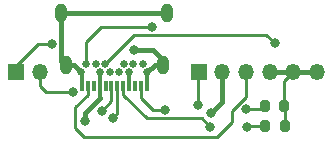
<source format=gbr>
%TF.GenerationSoftware,KiCad,Pcbnew,(6.0.8)*%
%TF.CreationDate,2023-01-11T07:54:23-05:00*%
%TF.ProjectId,Model-U-GCC-V2,4d6f6465-6c2d-4552-9d47-43432d56322e,rev?*%
%TF.SameCoordinates,Original*%
%TF.FileFunction,Copper,L1,Top*%
%TF.FilePolarity,Positive*%
%FSLAX46Y46*%
G04 Gerber Fmt 4.6, Leading zero omitted, Abs format (unit mm)*
G04 Created by KiCad (PCBNEW (6.0.8)) date 2023-01-11 07:54:23*
%MOMM*%
%LPD*%
G01*
G04 APERTURE LIST*
G04 Aperture macros list*
%AMRoundRect*
0 Rectangle with rounded corners*
0 $1 Rounding radius*
0 $2 $3 $4 $5 $6 $7 $8 $9 X,Y pos of 4 corners*
0 Add a 4 corners polygon primitive as box body*
4,1,4,$2,$3,$4,$5,$6,$7,$8,$9,$2,$3,0*
0 Add four circle primitives for the rounded corners*
1,1,$1+$1,$2,$3*
1,1,$1+$1,$4,$5*
1,1,$1+$1,$6,$7*
1,1,$1+$1,$8,$9*
0 Add four rect primitives between the rounded corners*
20,1,$1+$1,$2,$3,$4,$5,0*
20,1,$1+$1,$4,$5,$6,$7,0*
20,1,$1+$1,$6,$7,$8,$9,0*
20,1,$1+$1,$8,$9,$2,$3,0*%
G04 Aperture macros list end*
%TA.AperFunction,ComponentPad*%
%ADD10R,1.350000X1.350000*%
%TD*%
%TA.AperFunction,ComponentPad*%
%ADD11O,1.350000X1.350000*%
%TD*%
%TA.AperFunction,SMDPad,CuDef*%
%ADD12R,0.300000X0.900000*%
%TD*%
%TA.AperFunction,ComponentPad*%
%ADD13C,0.650000*%
%TD*%
%TA.AperFunction,ComponentPad*%
%ADD14O,1.000000X1.600000*%
%TD*%
%TA.AperFunction,SMDPad,CuDef*%
%ADD15RoundRect,0.200000X0.200000X0.275000X-0.200000X0.275000X-0.200000X-0.275000X0.200000X-0.275000X0*%
%TD*%
%TA.AperFunction,SMDPad,CuDef*%
%ADD16RoundRect,0.200000X-0.200000X-0.275000X0.200000X-0.275000X0.200000X0.275000X-0.200000X0.275000X0*%
%TD*%
%TA.AperFunction,ViaPad*%
%ADD17C,0.800000*%
%TD*%
%TA.AperFunction,Conductor*%
%ADD18C,0.400000*%
%TD*%
%TA.AperFunction,Conductor*%
%ADD19C,0.300000*%
%TD*%
%TA.AperFunction,Conductor*%
%ADD20C,0.250000*%
%TD*%
G04 APERTURE END LIST*
D10*
%TO.P,J2,1*%
%TO.N,3V3*%
X139940000Y-105890000D03*
D11*
%TO.P,J2,2*%
%TO.N,VBUS*%
X141940000Y-105890000D03*
%TO.P,J2,3*%
%TO.N,D3V*%
X143940000Y-105890000D03*
%TO.P,J2,4*%
%TO.N,GND*%
X145940000Y-105890000D03*
%TO.P,J2,5*%
X147940000Y-105890000D03*
%TO.P,J2,6*%
X149940000Y-105890000D03*
%TD*%
D12*
%TO.P,J1,A1*%
%TO.N,GND*%
X135540000Y-107100000D03*
%TO.P,J1,A2*%
%TO.N,3V3*%
X135040000Y-107100000D03*
%TO.P,J1,A3*%
%TO.N,Net-(J1-PadA3)*%
X134540000Y-107100000D03*
%TO.P,J1,A4*%
%TO.N,VBUS*%
X134040000Y-107100000D03*
%TO.P,J1,A5*%
%TO.N,Net-(J1-PadA5)*%
X133540000Y-107100000D03*
%TO.P,J1,A6*%
%TO.N,D+*%
X133040000Y-107100000D03*
%TO.P,J1,A7*%
%TO.N,D-*%
X132540000Y-107100000D03*
%TO.P,J1,A8*%
%TO.N,Net-(J1-PadA8)*%
X132040000Y-107100000D03*
%TO.P,J1,A9*%
%TO.N,VBUS*%
X131540000Y-107100000D03*
%TO.P,J1,A10*%
%TO.N,Net-(J1-PadA10)*%
X131040000Y-107100000D03*
%TO.P,J1,A11*%
%TO.N,D3V*%
X130540000Y-107100000D03*
%TO.P,J1,A12*%
%TO.N,GND*%
X130040000Y-107100000D03*
D13*
%TO.P,J1,B1*%
X129990000Y-105890000D03*
%TO.P,J1,B2*%
%TO.N,3V3*%
X130390000Y-105190000D03*
%TO.P,J1,B3*%
%TO.N,Net-(J1-PadB3)*%
X131190000Y-105190000D03*
%TO.P,J1,B4*%
%TO.N,VBUS*%
X131590000Y-105890000D03*
%TO.P,J1,B5*%
%TO.N,Net-(J1-PadB5)*%
X131990000Y-105190000D03*
%TO.P,J1,B6*%
%TO.N,D+*%
X132390000Y-105890000D03*
%TO.P,J1,B7*%
%TO.N,D-*%
X133190000Y-105890000D03*
%TO.P,J1,B8*%
%TO.N,Net-(J1-PadB8)*%
X133590000Y-105190000D03*
%TO.P,J1,B9*%
%TO.N,VBUS*%
X133990000Y-105890000D03*
%TO.P,J1,B10*%
%TO.N,Net-(J1-PadB10)*%
X134390000Y-105190000D03*
%TO.P,J1,B11*%
%TO.N,D3V*%
X135190000Y-105190000D03*
%TO.P,J1,B12*%
%TO.N,GND*%
X135590000Y-105890000D03*
D14*
%TO.P,J1,S1*%
X128660000Y-105290000D03*
X136920000Y-105290000D03*
X128300000Y-100900000D03*
X137280000Y-100900000D03*
%TD*%
D10*
%TO.P,J3,1*%
%TO.N,D-*%
X124450000Y-105890000D03*
D11*
%TO.P,J3,2*%
%TO.N,D+*%
X126450000Y-105890000D03*
%TD*%
D15*
%TO.P,R1,1*%
%TO.N,GND*%
X147175000Y-108750000D03*
%TO.P,R1,2*%
%TO.N,Net-(J1-PadA5)*%
X145525000Y-108750000D03*
%TD*%
D16*
%TO.P,R2,1*%
%TO.N,Net-(J1-PadB5)*%
X145575000Y-110450000D03*
%TO.P,R2,2*%
%TO.N,GND*%
X147225000Y-110450000D03*
%TD*%
D17*
%TO.N,GND*%
X134490000Y-104040000D03*
%TO.N,3V3*%
X135990000Y-102040000D03*
X137090000Y-109140000D03*
X139850000Y-108650000D03*
%TO.N,VBUS*%
X140940000Y-109390000D03*
X130290000Y-110040000D03*
%TO.N,Net-(J1-PadA5)*%
X143950000Y-109000000D03*
X140900000Y-110550000D03*
%TO.N,D+*%
X132650000Y-109750000D03*
X129304100Y-107594100D03*
%TO.N,D-*%
X131700000Y-109150000D03*
X127500000Y-103500000D03*
%TO.N,Net-(J1-PadB5)*%
X146400000Y-103450000D03*
X144050000Y-110500000D03*
%TD*%
D18*
%TO.N,GND*%
X129390000Y-105290000D02*
X128660000Y-105290000D01*
X137280000Y-100900000D02*
X128300000Y-100900000D01*
D19*
X130040000Y-107100000D02*
X130040000Y-105940000D01*
D20*
X130040000Y-105940000D02*
X129990000Y-105890000D01*
D18*
X129990000Y-105890000D02*
X129390000Y-105290000D01*
X149940000Y-105890000D02*
X147940000Y-105890000D01*
D20*
X147225000Y-110450000D02*
X147225000Y-108800000D01*
D18*
X136190000Y-105290000D02*
X135590000Y-105890000D01*
D20*
X147225000Y-108800000D02*
X147175000Y-108750000D01*
D18*
X136920000Y-105290000D02*
X136920000Y-104870000D01*
D20*
X147175000Y-106655000D02*
X147940000Y-105890000D01*
D18*
X136920000Y-105290000D02*
X136190000Y-105290000D01*
D20*
X147175000Y-108750000D02*
X147175000Y-106655000D01*
D18*
X128300000Y-100900000D02*
X128300000Y-104930000D01*
X128300000Y-104930000D02*
X128660000Y-105290000D01*
D19*
X135540000Y-107100000D02*
X135540000Y-105940000D01*
D18*
X136920000Y-104870000D02*
X136090000Y-104040000D01*
X136090000Y-104040000D02*
X134490000Y-104040000D01*
X147940000Y-105890000D02*
X145940000Y-105890000D01*
D20*
X135540000Y-105940000D02*
X135590000Y-105890000D01*
%TO.N,3V3*%
X136090000Y-109140000D02*
X137090000Y-109140000D01*
X135040000Y-108090000D02*
X136090000Y-109140000D01*
X139850000Y-108650000D02*
X139850000Y-105980000D01*
X131690000Y-102040000D02*
X135990000Y-102040000D01*
X135040000Y-107100000D02*
X135040000Y-108090000D01*
X130390000Y-105190000D02*
X130390000Y-103340000D01*
X139850000Y-105980000D02*
X139940000Y-105890000D01*
X130390000Y-103340000D02*
X131690000Y-102040000D01*
D19*
%TO.N,VBUS*%
X134040000Y-105940000D02*
X133990000Y-105890000D01*
X134040000Y-107100000D02*
X134040000Y-105940000D01*
X131540000Y-107100000D02*
X131540000Y-108090000D01*
X131540000Y-107100000D02*
X131540000Y-105940000D01*
D18*
X141940000Y-105890000D02*
X141940000Y-108390000D01*
D19*
X131540000Y-105940000D02*
X131590000Y-105890000D01*
D18*
X131540000Y-108090000D02*
X130290000Y-109340000D01*
X130290000Y-109340000D02*
X130290000Y-110040000D01*
X141940000Y-108390000D02*
X140940000Y-109390000D01*
D20*
%TO.N,Net-(J1-PadA5)*%
X145275000Y-109000000D02*
X145525000Y-108750000D01*
X133540000Y-107800000D02*
X135555000Y-109815000D01*
X133540000Y-107100000D02*
X133540000Y-107800000D01*
X135555000Y-109815000D02*
X140165000Y-109815000D01*
X143950000Y-109000000D02*
X145275000Y-109000000D01*
X140165000Y-109815000D02*
X140900000Y-110550000D01*
%TO.N,D+*%
X133040000Y-109360000D02*
X133040000Y-107100000D01*
X132650000Y-109750000D02*
X133040000Y-109360000D01*
X126994100Y-107594100D02*
X129304100Y-107594100D01*
X126450000Y-105890000D02*
X126450000Y-107050000D01*
X126450000Y-107050000D02*
X126994100Y-107594100D01*
%TO.N,D-*%
X126300000Y-103500000D02*
X127500000Y-103500000D01*
X124450000Y-105350000D02*
X126300000Y-103500000D01*
X131700000Y-109150000D02*
X132540000Y-108310000D01*
X124450000Y-105890000D02*
X124450000Y-105350000D01*
X132540000Y-108310000D02*
X132540000Y-107100000D01*
%TO.N,D3V*%
X129490000Y-108850000D02*
X129490000Y-110640000D01*
X130250000Y-111400000D02*
X141500000Y-111400000D01*
X142760000Y-110140000D02*
X142760000Y-109190000D01*
X142760000Y-109190000D02*
X143940000Y-108010000D01*
X130540000Y-107100000D02*
X130540000Y-107800000D01*
X141500000Y-111400000D02*
X142760000Y-110140000D01*
X129490000Y-110640000D02*
X130250000Y-111400000D01*
X143940000Y-108010000D02*
X143940000Y-105890000D01*
X130540000Y-107800000D02*
X129490000Y-108850000D01*
%TO.N,Net-(J1-PadB5)*%
X145575000Y-110450000D02*
X144100000Y-110450000D01*
X134465000Y-102715000D02*
X145665000Y-102715000D01*
X131990000Y-105190000D02*
X134465000Y-102715000D01*
X145665000Y-102715000D02*
X146400000Y-103450000D01*
X144100000Y-110450000D02*
X144050000Y-110500000D01*
%TD*%
M02*

</source>
